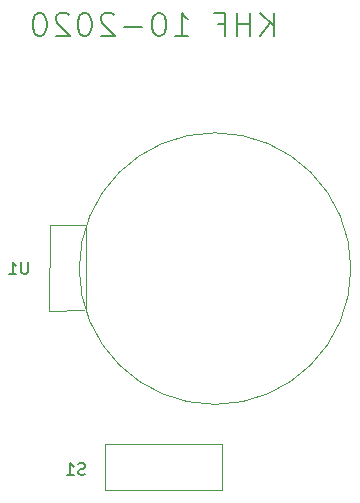
<source format=gbr>
%TF.GenerationSoftware,KiCad,Pcbnew,(5.1.6)-1*%
%TF.CreationDate,2020-10-19T09:00:09+02:00*%
%TF.ProjectId,Drache3,44726163-6865-4332-9e6b-696361645f70,rev?*%
%TF.SameCoordinates,Original*%
%TF.FileFunction,Legend,Bot*%
%TF.FilePolarity,Positive*%
%FSLAX46Y46*%
G04 Gerber Fmt 4.6, Leading zero omitted, Abs format (unit mm)*
G04 Created by KiCad (PCBNEW (5.1.6)-1) date 2020-10-19 09:00:09*
%MOMM*%
%LPD*%
G01*
G04 APERTURE LIST*
%ADD10C,0.150000*%
%ADD11C,0.120000*%
G04 APERTURE END LIST*
D10*
X148064857Y-86756761D02*
X148064857Y-84756761D01*
X146922000Y-86756761D02*
X147779142Y-85613904D01*
X146922000Y-84756761D02*
X148064857Y-85899619D01*
X146064857Y-86756761D02*
X146064857Y-84756761D01*
X146064857Y-85709142D02*
X144922000Y-85709142D01*
X144922000Y-86756761D02*
X144922000Y-84756761D01*
X143302952Y-85709142D02*
X143969619Y-85709142D01*
X143969619Y-86756761D02*
X143969619Y-84756761D01*
X143017238Y-84756761D01*
X139683904Y-86756761D02*
X140826761Y-86756761D01*
X140255333Y-86756761D02*
X140255333Y-84756761D01*
X140445809Y-85042476D01*
X140636285Y-85232952D01*
X140826761Y-85328190D01*
X138445809Y-84756761D02*
X138255333Y-84756761D01*
X138064857Y-84852000D01*
X137969619Y-84947238D01*
X137874380Y-85137714D01*
X137779142Y-85518666D01*
X137779142Y-85994857D01*
X137874380Y-86375809D01*
X137969619Y-86566285D01*
X138064857Y-86661523D01*
X138255333Y-86756761D01*
X138445809Y-86756761D01*
X138636285Y-86661523D01*
X138731523Y-86566285D01*
X138826761Y-86375809D01*
X138922000Y-85994857D01*
X138922000Y-85518666D01*
X138826761Y-85137714D01*
X138731523Y-84947238D01*
X138636285Y-84852000D01*
X138445809Y-84756761D01*
X136922000Y-85994857D02*
X135398190Y-85994857D01*
X134541047Y-84947238D02*
X134445809Y-84852000D01*
X134255333Y-84756761D01*
X133779142Y-84756761D01*
X133588666Y-84852000D01*
X133493428Y-84947238D01*
X133398190Y-85137714D01*
X133398190Y-85328190D01*
X133493428Y-85613904D01*
X134636285Y-86756761D01*
X133398190Y-86756761D01*
X132160095Y-84756761D02*
X131969619Y-84756761D01*
X131779142Y-84852000D01*
X131683904Y-84947238D01*
X131588666Y-85137714D01*
X131493428Y-85518666D01*
X131493428Y-85994857D01*
X131588666Y-86375809D01*
X131683904Y-86566285D01*
X131779142Y-86661523D01*
X131969619Y-86756761D01*
X132160095Y-86756761D01*
X132350571Y-86661523D01*
X132445809Y-86566285D01*
X132541047Y-86375809D01*
X132636285Y-85994857D01*
X132636285Y-85518666D01*
X132541047Y-85137714D01*
X132445809Y-84947238D01*
X132350571Y-84852000D01*
X132160095Y-84756761D01*
X130731523Y-84947238D02*
X130636285Y-84852000D01*
X130445809Y-84756761D01*
X129969619Y-84756761D01*
X129779142Y-84852000D01*
X129683904Y-84947238D01*
X129588666Y-85137714D01*
X129588666Y-85328190D01*
X129683904Y-85613904D01*
X130826761Y-86756761D01*
X129588666Y-86756761D01*
X128350571Y-84756761D02*
X128160095Y-84756761D01*
X127969619Y-84852000D01*
X127874380Y-84947238D01*
X127779142Y-85137714D01*
X127683904Y-85518666D01*
X127683904Y-85994857D01*
X127779142Y-86375809D01*
X127874380Y-86566285D01*
X127969619Y-86661523D01*
X128160095Y-86756761D01*
X128350571Y-86756761D01*
X128541047Y-86661523D01*
X128636285Y-86566285D01*
X128731523Y-86375809D01*
X128826761Y-85994857D01*
X128826761Y-85518666D01*
X128731523Y-85137714D01*
X128636285Y-84947238D01*
X128541047Y-84852000D01*
X128350571Y-84756761D01*
D11*
%TO.C,S1*%
X133756400Y-125196600D02*
X143713200Y-125196600D01*
X143713200Y-125196600D02*
X143713200Y-121259600D01*
X143713200Y-121259600D02*
X133756400Y-121259600D01*
X133756400Y-121259600D02*
X133731000Y-125196600D01*
%TO.C,U1*%
X129032000Y-110007400D02*
X132029200Y-109956600D01*
X129082800Y-102692200D02*
X129032000Y-110007400D01*
X132181600Y-102692200D02*
X129082800Y-102692200D01*
X132130800Y-110058200D02*
X132181600Y-102692200D01*
X154586718Y-106426000D02*
G75*
G03*
X154586718Y-106426000I-11500000J0D01*
G01*
%TO.C,S1*%
D10*
X132079904Y-123848761D02*
X131937047Y-123896380D01*
X131698952Y-123896380D01*
X131603714Y-123848761D01*
X131556095Y-123801142D01*
X131508476Y-123705904D01*
X131508476Y-123610666D01*
X131556095Y-123515428D01*
X131603714Y-123467809D01*
X131698952Y-123420190D01*
X131889428Y-123372571D01*
X131984666Y-123324952D01*
X132032285Y-123277333D01*
X132079904Y-123182095D01*
X132079904Y-123086857D01*
X132032285Y-122991619D01*
X131984666Y-122944000D01*
X131889428Y-122896380D01*
X131651333Y-122896380D01*
X131508476Y-122944000D01*
X130556095Y-123896380D02*
X131127523Y-123896380D01*
X130841809Y-123896380D02*
X130841809Y-122896380D01*
X130937047Y-123039238D01*
X131032285Y-123134476D01*
X131127523Y-123182095D01*
%TO.C,U1*%
X127253904Y-105878380D02*
X127253904Y-106687904D01*
X127206285Y-106783142D01*
X127158666Y-106830761D01*
X127063428Y-106878380D01*
X126872952Y-106878380D01*
X126777714Y-106830761D01*
X126730095Y-106783142D01*
X126682476Y-106687904D01*
X126682476Y-105878380D01*
X125682476Y-106878380D02*
X126253904Y-106878380D01*
X125968190Y-106878380D02*
X125968190Y-105878380D01*
X126063428Y-106021238D01*
X126158666Y-106116476D01*
X126253904Y-106164095D01*
%TD*%
M02*

</source>
